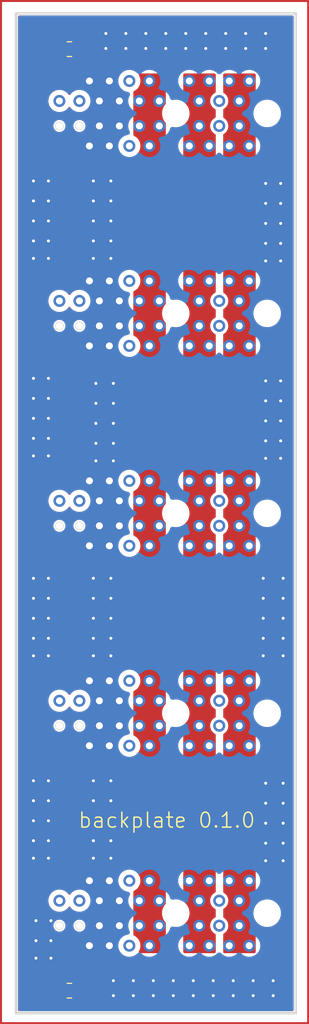
<source format=kicad_pcb>
(kicad_pcb (version 20240108) (generator "pcbnew") (generator_version "8.0")
  (layers (0 "F.Cu" signal) (31 "B.Cu" signal) (34 "B.Paste" user) (35 "F.Paste" user) (36 "B.SilkS" user "B.Silkscreen") (37 "F.SilkS" user "F.Silkscreen") (38 "B.Mask" user) (39 "F.Mask" user) (44 "Edge.Cuts" user))
  (net 0 "")
  (net 1 "GND")
  (net 2 "+7.4V")
  (net 3 "+3.3V")
  (net 4 "CANN")
  (net 5 "+5V")
  (net 10 "CANP")
  (footprint "10018784_10210TLF:AMPHENOL_10018784-10210TLF" (layer "F.Cu") (at 138 140)
    (property "Reference" "J1" (hide yes))
    (property "Value" "10018784-10210TLF" (hide yes))
    (fp_circle (center -11.65 1.25) (end -11.25 1.25) (stroke (width 0.05)) (fill none) (layer "Edge.Cuts"))
    (fp_circle (center -9.65 1.25) (end -9.25 1.25) (stroke (width 0.05)) (fill none) (layer "Edge.Cuts"))
    (pad "" np_thru_hole circle (at 0 0) (size 2.35 2.35) (drill 2.35) (layers "*.Cu" "*.Mask"))
    (pad "" np_thru_hole circle (at 9.15 0) (size 2.35 2.35) (drill 2.35) (layers "*.Cu" "*.Mask"))
    (pad "A1" thru_hole circle (at -11.65 -1.25) (size 1.208 1.208) (drill 0.7) (layers "*.Cu" "*.Mask") (net 4 "CANN"))
    (pad "A3" thru_hole circle (at -9.65 -1.25) (size 1.208 1.208) (drill 0.7) (layers "*.Cu" "*.Mask") (net 10 "CANP"))
    (pad "A4" thru_hole circle (at -8.65 -3.25) (size 1.208 1.208) (drill 0.7) (layers "*.Cu" "*.Mask") (net 1 "GND"))
    (pad "A5" thru_hole circle (at -7.65 -1.25) (size 1.208 1.208) (drill 0.7) (layers "*.Cu" "*.Mask") (net 1 "GND"))
    (pad "A6" thru_hole circle (at -6.65 -3.25) (size 1.208 1.208) (drill 0.7) (layers "*.Cu" "*.Mask") (net 1 "GND"))
    (pad "A7" thru_hole circle (at -5.65 -1.25) (size 1.208 1.208) (drill 0.7) (layers "*.Cu" "*.Mask") (net 1 "GND"))
    (pad "A8" thru_hole circle (at -4.65 -3.25) (size 1.208 1.208) (drill 0.7) (layers "*.Cu" "*.Mask"))
    (pad "A9" thru_hole circle (at -3.65 -1.25) (size 1.208 1.208) (drill 0.7) (layers "*.Cu" "*.Mask") (net 3 "+3.3V"))
    (pad "A10" thru_hole circle (at -2.65 -3.25) (size 1.208 1.208) (drill 0.7) (layers "*.Cu" "*.Mask") (net 3 "+3.3V"))
    (pad "A11" thru_hole circle (at -1.65 -1.25) (size 1.208 1.208) (drill 0.7) (layers "*.Cu" "*.Mask") (net 3 "+3.3V"))
    (pad "A12" thru_hole circle (at 1.35 -3.25) (size 1.208 1.208) (drill 0.7) (layers "*.Cu" "*.Mask") (net 5 "+5V"))
    (pad "A13" thru_hole circle (at 2.35 -1.25) (size 1.208 1.208) (drill 0.7) (layers "*.Cu" "*.Mask") (net 5 "+5V"))
    (pad "A14" thru_hole circle (at 3.35 -3.25) (size 1.208 1.208) (drill 0.7) (layers "*.Cu" "*.Mask") (net 5 "+5V"))
    (pad "A15" thru_hole circle (at 4.35 -1.25) (size 1.208 1.208) (drill 0.7) (layers "*.Cu" "*.Mask"))
    (pad "A16" thru_hole circle (at 5.35 -3.25) (size 1.208 1.208) (drill 0.7) (layers "*.Cu" "*.Mask") (net 2 "+7.4V"))
    (pad "A17" thru_hole circle (at 6.35 -1.25) (size 1.208 1.208) (drill 0.7) (layers "*.Cu" "*.Mask") (net 2 "+7.4V"))
    (pad "A18" thru_hole circle (at 7.35 -3.25) (size 1.208 1.208) (drill 0.7) (layers "*.Cu" "*.Mask") (net 2 "+7.4V"))
    (pad "B4" thru_hole circle (at -8.65 3.25) (size 1.208 1.208) (drill 0.7) (layers "*.Cu" "*.Mask") (net 1 "GND"))
    (pad "B5" thru_hole circle (at -7.65 1.25) (size 1.208 1.208) (drill 0.7) (layers "*.Cu" "*.Mask") (net 1 "GND"))
    (pad "B6" thru_hole circle (at -6.65 3.25) (size 1.208 1.208) (drill 0.7) (layers "*.Cu" "*.Mask") (net 1 "GND"))
    (pad "B7" thru_hole circle (at -5.65 1.25) (size 1.208 1.208) (drill 0.7) (layers "*.Cu" "*.Mask") (net 1 "GND"))
    (pad "B8" thru_hole circle (at -4.65 3.25) (size 1.208 1.208) (drill 0.7) (layers "*.Cu" "*.Mask"))
    (pad "B9" thru_hole circle (at -3.65 1.25) (size 1.208 1.208) (drill 0.7) (layers "*.Cu" "*.Mask") (net 3 "+3.3V"))
    (pad "B10" thru_hole circle (at -2.65 3.25) (size 1.208 1.208) (drill 0.7) (layers "*.Cu" "*.Mask") (net 3 "+3.3V"))
    (pad "B11" thru_hole circle (at -1.65 1.25) (size 1.208 1.208) (drill 0.7) (layers "*.Cu" "*.Mask") (net 3 "+3.3V"))
    (pad "B12" thru_hole circle (at 1.35 3.25) (size 1.208 1.208) (drill 0.7) (layers "*.Cu" "*.Mask") (net 5 "+5V"))
    (pad "B13" thru_hole circle (at 2.35 1.25) (size 1.208 1.208) (drill 0.7) (layers "*.Cu" "*.Mask") (net 5 "+5V"))
    (pad "B14" thru_hole circle (at 3.35 3.25) (size 1.208 1.208) (drill 0.7) (layers "*.Cu" "*.Mask") (net 5 "+5V"))
    (pad "B15" thru_hole circle (at 4.35 1.25) (size 1.208 1.208) (drill 0.7) (layers "*.Cu" "*.Mask"))
    (pad "B16" thru_hole circle (at 5.35 3.25) (size 1.208 1.208) (drill 0.7) (layers "*.Cu" "*.Mask") (net 2 "+7.4V"))
    (pad "B17" thru_hole circle (at 6.35 1.25) (size 1.208 1.208) (drill 0.7) (layers "*.Cu" "*.Mask") (net 2 "+7.4V"))
    (pad "B18" thru_hole circle (at 7.35 3.25) (size 1.208 1.208) (drill 0.7) (layers "*.Cu" "*.Mask") (net 2 "+7.4V"))
  )
  (footprint "Resistor_SMD:R_0805_2012Metric" (layer "F.Cu") (at 127.35 53.565566 180)
    (property "Reference" "R1" (hide yes))
    (property "Value" "120" (hide yes))
    (fp_line (start -0.227064 0.735) (end 0.227064 0.735) (stroke (width 0.12)) (layer "F.SilkS"))
    (fp_line (start -0.227064 -0.735) (end 0.227064 -0.735) (stroke (width 0.12)) (layer "F.SilkS"))
    (pad "1" smd roundrect (at -0.9125 0 180) (size 1.025 1.4) (layers "F.Cu" "F.Paste" "F.Mask") (roundrect_rratio 0.243902) (net 10 "CANP"))
    (pad "2" smd roundrect (at 0.9125 0 180) (size 1.025 1.4) (layers "F.Cu" "F.Paste" "F.Mask") (roundrect_rratio 0.243902) (net 4 "CANN"))
  )
  (footprint "10018784_10210TLF:AMPHENOL_10018784-10210TLF" (layer "F.Cu") (at 138 60)
    (property "Reference" "J1" (hide yes))
    (property "Value" "10018784-10210TLF" (hide yes))
    (fp_circle (center -11.65 1.25) (end -11.25 1.25) (stroke (width 0.05)) (fill none) (layer "Edge.Cuts"))
    (fp_circle (center -9.65 1.25) (end -9.25 1.25) (stroke (width 0.05)) (fill none) (layer "Edge.Cuts"))
    (pad "" np_thru_hole circle (at 0 0) (size 2.35 2.35) (drill 2.35) (layers "*.Cu" "*.Mask"))
    (pad "" np_thru_hole circle (at 9.15 0) (size 2.35 2.35) (drill 2.35) (layers "*.Cu" "*.Mask"))
    (pad "A1" thru_hole circle (at -11.65 -1.25) (size 1.208 1.208) (drill 0.7) (layers "*.Cu" "*.Mask") (net 4 "CANN"))
    (pad "A3" thru_hole circle (at -9.65 -1.25) (size 1.208 1.208) (drill 0.7) (layers "*.Cu" "*.Mask") (net 10 "CANP"))
    (pad "A4" thru_hole circle (at -8.65 -3.25) (size 1.208 1.208) (drill 0.7) (layers "*.Cu" "*.Mask") (net 1 "GND"))
    (pad "A5" thru_hole circle (at -7.65 -1.25) (size 1.208 1.208) (drill 0.7) (layers "*.Cu" "*.Mask") (net 1 "GND"))
    (pad "A6" thru_hole circle (at -6.65 -3.25) (size 1.208 1.208) (drill 0.7) (layers "*.Cu" "*.Mask") (net 1 "GND"))
    (pad "A7" thru_hole circle (at -5.65 -1.25) (size 1.208 1.208) (drill 0.7) (layers "*.Cu" "*.Mask") (net 1 "GND"))
    (pad "A8" thru_hole circle (at -4.65 -3.25) (size 1.208 1.208) (drill 0.7) (layers "*.Cu" "*.Mask"))
    (pad "A9" thru_hole circle (at -3.65 -1.25) (size 1.208 1.208) (drill 0.7) (layers "*.Cu" "*.Mask") (net 3 "+3.3V"))
    (pad "A10" thru_hole circle (at -2.65 -3.25) (size 1.208 1.208) (drill 0.7) (layers "*.Cu" "*.Mask") (net 3 "+3.3V"))
    (pad "A11" thru_hole circle (at -1.65 -1.25) (size 1.208 1.208) (drill 0.7) (layers "*.Cu" "*.Mask") (net 3 "+3.3V"))
    (pad "A12" thru_hole circle (at 1.35 -3.25) (size 1.208 1.208) (drill 0.7) (layers "*.Cu" "*.Mask") (net 5 "+5V"))
    (pad "A13" thru_hole circle (at 2.35 -1.25) (size 1.208 1.208) (drill 0.7) (layers "*.Cu" "*.Mask") (net 5 "+5V"))
    (pad "A14" thru_hole circle (at 3.35 -3.25) (size 1.208 1.208) (drill 0.7) (layers "*.Cu" "*.Mask") (net 5 "+5V"))
    (pad "A15" thru_hole circle (at 4.35 -1.25) (size 1.208 1.208) (drill 0.7) (layers "*.Cu" "*.Mask"))
    (pad "A16" thru_hole circle (at 5.35 -3.25) (size 1.208 1.208) (drill 0.7) (layers "*.Cu" "*.Mask") (net 2 "+7.4V"))
    (pad "A17" thru_hole circle (at 6.35 -1.25) (size 1.208 1.208) (drill 0.7) (layers "*.Cu" "*.Mask") (net 2 "+7.4V"))
    (pad "A18" thru_hole circle (at 7.35 -3.25) (size 1.208 1.208) (drill 0.7) (layers "*.Cu" "*.Mask") (net 2 "+7.4V"))
    (pad "B4" thru_hole circle (at -8.65 3.25) (size 1.208 1.208) (drill 0.7) (layers "*.Cu" "*.Mask") (net 1 "GND"))
    (pad "B5" thru_hole circle (at -7.65 1.25) (size 1.208 1.208) (drill 0.7) (layers "*.Cu" "*.Mask") (net 1 "GND"))
    (pad "B6" thru_hole circle (at -6.65 3.25) (size 1.208 1.208) (drill 0.7) (layers "*.Cu" "*.Mask") (net 1 "GND"))
    (pad "B7" thru_hole circle (at -5.65 1.25) (size 1.208 1.208) (drill 0.7) (layers "*.Cu" "*.Mask") (net 1 "GND"))
    (pad "B8" thru_hole circle (at -4.65 3.25) (size 1.208 1.208) (drill 0.7) (layers "*.Cu" "*.Mask"))
    (pad "B9" thru_hole circle (at -3.65 1.25) (size 1.208 1.208) (drill 0.7) (layers "*.Cu" "*.Mask") (net 3 "+3.3V"))
    (pad "B10" thru_hole circle (at -2.65 3.25) (size 1.208 1.208) (drill 0.7) (layers "*.Cu" "*.Mask") (net 3 "+3.3V"))
    (pad "B11" thru_hole circle (at -1.65 1.25) (size 1.208 1.208) (drill 0.7) (layers "*.Cu" "*.Mask") (net 3 "+3.3V"))
    (pad "B12" thru_hole circle (at 1.35 3.25) (size 1.208 1.208) (drill 0.7) (layers "*.Cu" "*.Mask") (net 5 "+5V"))
    (pad "B13" thru_hole circle (at 2.35 1.25) (size 1.208 1.208) (drill 0.7) (layers "*.Cu" "*.Mask") (net 5 "+5V"))
    (pad "B14" thru_hole circle (at 3.35 3.25) (size 1.208 1.208) (drill 0.7) (layers "*.Cu" "*.Mask") (net 5 "+5V"))
    (pad "B15" thru_hole circle (at 4.35 1.25) (size 1.208 1.208) (drill 0.7) (layers "*.Cu" "*.Mask"))
    (pad "B16" thru_hole circle (at 5.35 3.25) (size 1.208 1.208) (drill 0.7) (layers "*.Cu" "*.Mask") (net 2 "+7.4V"))
    (pad "B17" thru_hole circle (at 6.35 1.25) (size 1.208 1.208) (drill 0.7) (layers "*.Cu" "*.Mask") (net 2 "+7.4V"))
    (pad "B18" thru_hole circle (at 7.35 3.25) (size 1.208 1.208) (drill 0.7) (layers "*.Cu" "*.Mask") (net 2 "+7.4V"))
  )
  (footprint "10018784_10210TLF:AMPHENOL_10018784-10210TLF" (layer "F.Cu") (at 138 80)
    (property "Reference" "J1" (hide yes))
    (property "Value" "10018784-10210TLF" (hide yes))
    (fp_circle (center -11.65 1.25) (end -11.25 1.25) (stroke (width 0.05)) (fill none) (layer "Edge.Cuts"))
    (fp_circle (center -9.65 1.25) (end -9.25 1.25) (stroke (width 0.05)) (fill none) (layer "Edge.Cuts"))
    (pad "" np_thru_hole circle (at 0 0) (size 2.35 2.35) (drill 2.35) (layers "*.Cu" "*.Mask"))
    (pad "" np_thru_hole circle (at 9.15 0) (size 2.35 2.35) (drill 2.35) (layers "*.Cu" "*.Mask"))
    (pad "A1" thru_hole circle (at -11.65 -1.25) (size 1.208 1.208) (drill 0.7) (layers "*.Cu" "*.Mask") (net 4 "CANN"))
    (pad "A3" thru_hole circle (at -9.65 -1.25) (size 1.208 1.208) (drill 0.7) (layers "*.Cu" "*.Mask") (net 10 "CANP"))
    (pad "A4" thru_hole circle (at -8.65 -3.25) (size 1.208 1.208) (drill 0.7) (layers "*.Cu" "*.Mask") (net 1 "GND"))
    (pad "A5" thru_hole circle (at -7.65 -1.25) (size 1.208 1.208) (drill 0.7) (layers "*.Cu" "*.Mask") (net 1 "GND"))
    (pad "A6" thru_hole circle (at -6.65 -3.25) (size 1.208 1.208) (drill 0.7) (layers "*.Cu" "*.Mask") (net 1 "GND"))
    (pad "A7" thru_hole circle (at -5.65 -1.25) (size 1.208 1.208) (drill 0.7) (layers "*.Cu" "*.Mask") (net 1 "GND"))
    (pad "A8" thru_hole circle (at -4.65 -3.25) (size 1.208 1.208) (drill 0.7) (layers "*.Cu" "*.Mask"))
    (pad "A9" thru_hole circle (at -3.65 -1.25) (size 1.208 1.208) (drill 0.7) (layers "*.Cu" "*.Mask") (net 3 "+3.3V"))
    (pad "A10" thru_hole circle (at -2.65 -3.25) (size 1.208 1.208) (drill 0.7) (layers "*.Cu" "*.Mask") (net 3 "+3.3V"))
    (pad "A11" thru_hole circle (at -1.65 -1.25) (size 1.208 1.208) (drill 0.7) (layers "*.Cu" "*.Mask") (net 3 "+3.3V"))
    (pad "A12" thru_hole circle (at 1.35 -3.25) (size 1.208 1.208) (drill 0.7) (layers "*.Cu" "*.Mask") (net 5 "+5V"))
    (pad "A13" thru_hole circle (at 2.35 -1.25) (size 1.208 1.208) (drill 0.7) (layers "*.Cu" "*.Mask") (net 5 "+5V"))
    (pad "A14" thru_hole circle (at 3.35 -3.25) (size 1.208 1.208) (drill 0.7) (layers "*.Cu" "*.Mask") (net 5 "+5V"))
    (pad "A15" thru_hole circle (at 4.35 -1.25) (size 1.208 1.208) (drill 0.7) (layers "*.Cu" "*.Mask"))
    (pad "A16" thru_hole circle (at 5.35 -3.25) (size 1.208 1.208) (drill 0.7) (layers "*.Cu" "*.Mask") (net 2 "+7.4V"))
    (pad "A17" thru_hole circle (at 6.35 -1.25) (size 1.208 1.208) (drill 0.7) (layers "*.Cu" "*.Mask") (net 2 "+7.4V"))
    (pad "A18" thru_hole circle (at 7.35 -3.25) (size 1.208 1.208) (drill 0.7) (layers "*.Cu" "*.Mask") (net 2 "+7.4V"))
    (pad "B4" thru_hole circle (at -8.65 3.25) (size 1.208 1.208) (drill 0.7) (layers "*.Cu" "*.Mask") (net 1 "GND"))
    (pad "B5" thru_hole circle (at -7.65 1.25) (size 1.208 1.208) (drill 0.7) (layers "*.Cu" "*.Mask") (net 1 "GND"))
    (pad "B6" thru_hole circle (at -6.65 3.25) (size 1.208 1.208) (drill 0.7) (layers "*.Cu" "*.Mask") (net 1 "GND"))
    (pad "B7" thru_hole circle (at -5.65 1.25) (size 1.208 1.208) (drill 0.7) (layers "*.Cu" "*.Mask") (net 1 "GND"))
    (pad "B8" thru_hole circle (at -4.65 3.25) (size 1.208 1.208) (drill 0.7) (layers "*.Cu" "*.Mask"))
    (pad "B9" thru_hole circle (at -3.65 1.25) (size 1.208 1.208) (drill 0.7) (layers "*.Cu" "*.Mask") (net 3 "+3.3V"))
    (pad "B10" thru_hole circle (at -2.65 3.25) (size 1.208 1.208) (drill 0.7) (layers "*.Cu" "*.Mask") (net 3 "+3.3V"))
    (pad "B11" thru_hole circle (at -1.65 1.25) (size 1.208 1.208) (drill 0.7) (layers "*.Cu" "*.Mask") (net 3 "+3.3V"))
    (pad "B12" thru_hole circle (at 1.35 3.25) (size 1.208 1.208) (drill 0.7) (layers "*.Cu" "*.Mask") (net 5 "+5V"))
    (pad "B13" thru_hole circle (at 2.35 1.25) (size 1.208 1.208) (drill 0.7) (layers "*.Cu" "*.Mask") (net 5 "+5V"))
    (pad "B14" thru_hole circle (at 3.35 3.25) (size 1.208 1.208) (drill 0.7) (layers "*.Cu" "*.Mask") (net 5 "+5V"))
    (pad "B15" thru_hole circle (at 4.35 1.25) (size 1.208 1.208) (drill 0.7) (layers "*.Cu" "*.Mask"))
    (pad "B16" thru_hole circle (at 5.35 3.25) (size 1.208 1.208) (drill 0.7) (layers "*.Cu" "*.Mask") (net 2 "+7.4V"))
    (pad "B17" thru_hole circle (at 6.35 1.25) (size 1.208 1.208) (drill 0.7) (layers "*.Cu" "*.Mask") (net 2 "+7.4V"))
    (pad "B18" thru_hole circle (at 7.35 3.25) (size 1.208 1.208) (drill 0.7) (layers "*.Cu" "*.Mask") (net 2 "+7.4V"))
  )
  (footprint "10018784_10210TLF:AMPHENOL_10018784-10210TLF" (layer "F.Cu") (at 138 120)
    (property "Reference" "J1" (hide yes))
    (property "Value" "10018784-10210TLF" (hide yes))
    (fp_circle (center -11.65 1.25) (end -11.25 1.25) (stroke (width 0.05)) (fill none) (layer "Edge.Cuts"))
    (fp_circle (center -9.65 1.25) (end -9.25 1.25) (stroke (width 0.05)) (fill none) (layer "Edge.Cuts"))
    (pad "" np_thru_hole circle (at 0 0) (size 2.35 2.35) (drill 2.35) (layers "*.Cu" "*.Mask"))
    (pad "" np_thru_hole circle (at 9.15 0) (size 2.35 2.35) (drill 2.35) (layers "*.Cu" "*.Mask"))
    (pad "A1" thru_hole circle (at -11.65 -1.25) (size 1.208 1.208) (drill 0.7) (layers "*.Cu" "*.Mask") (net 4 "CANN"))
    (pad "A3" thru_hole circle (at -9.65 -1.25) (size 1.208 1.208) (drill 0.7) (layers "*.Cu" "*.Mask") (net 10 "CANP"))
    (pad "A4" thru_hole circle (at -8.65 -3.25) (size 1.208 1.208) (drill 0.7) (layers "*.Cu" "*.Mask") (net 1 "GND"))
    (pad "A5" thru_hole circle (at -7.65 -1.25) (size 1.208 1.208) (drill 0.7) (layers "*.Cu" "*.Mask") (net 1 "GND"))
    (pad "A6" thru_hole circle (at -6.65 -3.25) (size 1.208 1.208) (drill 0.7) (layers "*.Cu" "*.Mask") (net 1 "GND"))
    (pad "A7" thru_hole circle (at -5.65 -1.25) (size 1.208 1.208) (drill 0.7) (layers "*.Cu" "*.Mask") (net 1 "GND"))
    (pad "A8" thru_hole circle (at -4.65 -3.25) (size 1.208 1.208) (drill 0.7) (layers "*.Cu" "*.Mask"))
    (pad "A9" thru_hole circle (at -3.65 -1.25) (size 1.208 1.208) (drill 0.7) (layers "*.Cu" "*.Mask") (net 3 "+3.3V"))
    (pad "A10" thru_hole circle (at -2.65 -3.25) (size 1.208 1.208) (drill 0.7) (layers "*.Cu" "*.Mask") (net 3 "+3.3V"))
    (pad "A11" thru_hole circle (at -1.65 -1.25) (size 1.208 1.208) (drill 0.7) (layers "*.Cu" "*.Mask") (net 3 "+3.3V"))
    (pad "A12" thru_hole circle (at 1.35 -3.25) (size 1.208 1.208) (drill 0.7) (layers "*.Cu" "*.Mask") (net 5 "+5V"))
    (pad "A13" thru_hole circle (at 2.35 -1.25) (size 1.208 1.208) (drill 0.7) (layers "*.Cu" "*.Mask") (net 5 "+5V"))
    (pad "A14" thru_hole circle (at 3.35 -3.25) (size 1.208 1.208) (drill 0.7) (layers "*.Cu" "*.Mask") (net 5 "+5V"))
    (pad "A15" thru_hole circle (at 4.35 -1.25) (size 1.208 1.208) (drill 0.7) (layers "*.Cu" "*.Mask"))
    (pad "A16" thru_hole circle (at 5.35 -3.25) (size 1.208 1.208) (drill 0.7) (layers "*.Cu" "*.Mask") (net 2 "+7.4V"))
    (pad "A17" thru_hole circle (at 6.35 -1.25) (size 1.208 1.208) (drill 0.7) (layers "*.Cu" "*.Mask") (net 2 "+7.4V"))
    (pad "A18" thru_hole circle (at 7.35 -3.25) (size 1.208 1.208) (drill 0.7) (layers "*.Cu" "*.Mask") (net 2 "+7.4V"))
    (pad "B4" thru_hole circle (at -8.65 3.25) (size 1.208 1.208) (drill 0.7) (layers "*.Cu" "*.Mask") (net 1 "GND"))
    (pad "B5" thru_hole circle (at -7.65 1.25) (size 1.208 1.208) (drill 0.7) (layers "*.Cu" "*.Mask") (net 1 "GND"))
    (pad "B6" thru_hole circle (at -6.65 3.25) (size 1.208 1.208) (drill 0.7) (layers "*.Cu" "*.Mask") (net 1 "GND"))
    (pad "B7" thru_hole circle (at -5.65 1.25) (size 1.208 1.208) (drill 0.7) (layers "*.Cu" "*.Mask") (net 1 "GND"))
    (pad "B8" thru_hole circle (at -4.65 3.25) (size 1.208 1.208) (drill 0.7) (layers "*.Cu" "*.Mask"))
    (pad "B9" thru_hole circle (at -3.65 1.25) (size 1.208 1.208) (drill 0.7) (layers "*.Cu" "*.Mask") (net 3 "+3.3V"))
    (pad "B10" thru_hole circle (at -2.65 3.25) (size 1.208 1.208) (drill 0.7) (layers "*.Cu" "*.Mask") (net 3 "+3.3V"))
    (pad "B11" thru_hole circle (at -1.65 1.25) (size 1.208 1.208) (drill 0.7) (layers "*.Cu" "*.Mask") (net 3 "+3.3V"))
    (pad "B12" thru_hole circle (at 1.35 3.25) (size 1.208 1.208) (drill 0.7) (layers "*.Cu" "*.Mask") (net 5 "+5V"))
    (pad "B13" thru_hole circle (at 2.35 1.25) (size 1.208 1.208) (drill 0.7) (layers "*.Cu" "*.Mask") (net 5 "+5V"))
    (pad "B14" thru_hole circle (at 3.35 3.25) (size 1.208 1.208) (drill 0.7) (layers "*.Cu" "*.Mask") (net 5 "+5V"))
    (pad "B15" thru_hole circle (at 4.35 1.25) (size 1.208 1.208) (drill 0.7) (layers "*.Cu" "*.Mask"))
    (pad "B16" thru_hole circle (at 5.35 3.25) (size 1.208 1.208) (drill 0.7) (layers "*.Cu" "*.Mask") (net 2 "+7.4V"))
    (pad "B17" thru_hole circle (at 6.35 1.25) (size 1.208 1.208) (drill 0.7) (layers "*.Cu" "*.Mask") (net 2 "+7.4V"))
    (pad "B18" thru_hole circle (at 7.35 3.25) (size 1.208 1.208) (drill 0.7) (layers "*.Cu" "*.Mask") (net 2 "+7.4V"))
  )
  (footprint "10018784_10210TLF:AMPHENOL_10018784-10210TLF" (layer "F.Cu") (at 138 100)
    (property "Reference" "J1" (hide yes))
    (property "Value" "10018784-10210TLF" (hide yes))
    (fp_circle (center -11.65 1.25) (end -11.25 1.25) (stroke (width 0.05)) (fill none) (layer "Edge.Cuts"))
    (fp_circle (center -9.65 1.25) (end -9.25 1.25) (stroke (width 0.05)) (fill none) (layer "Edge.Cuts"))
    (pad "" np_thru_hole circle (at 0 0) (size 2.35 2.35) (drill 2.35) (layers "*.Cu" "*.Mask"))
    (pad "" np_thru_hole circle (at 9.15 0) (size 2.35 2.35) (drill 2.35) (layers "*.Cu" "*.Mask"))
    (pad "A1" thru_hole circle (at -11.65 -1.25) (size 1.208 1.208) (drill 0.7) (layers "*.Cu" "*.Mask") (net 4 "CANN"))
    (pad "A3" thru_hole circle (at -9.65 -1.25) (size 1.208 1.208) (drill 0.7) (layers "*.Cu" "*.Mask") (net 10 "CANP"))
    (pad "A4" thru_hole circle (at -8.65 -3.25) (size 1.208 1.208) (drill 0.7) (layers "*.Cu" "*.Mask") (net 1 "GND"))
    (pad "A5" thru_hole circle (at -7.65 -1.25) (size 1.208 1.208) (drill 0.7) (layers "*.Cu" "*.Mask") (net 1 "GND"))
    (pad "A6" thru_hole circle (at -6.65 -3.25) (size 1.208 1.208) (drill 0.7) (layers "*.Cu" "*.Mask") (net 1 "GND"))
    (pad "A7" thru_hole circle (at -5.65 -1.25) (size 1.208 1.208) (drill 0.7) (layers "*.Cu" "*.Mask") (net 1 "GND"))
    (pad "A8" thru_hole circle (at -4.65 -3.25) (size 1.208 1.208) (drill 0.7) (layers "*.Cu" "*.Mask"))
    (pad "A9" thru_hole circle (at -3.65 -1.25) (size 1.208 1.208) (drill 0.7) (layers "*.Cu" "*.Mask") (net 3 "+3.3V"))
    (pad "A10" thru_hole circle (at -2.65 -3.25) (size 1.208 1.208) (drill 0.7) (layers "*.Cu" "*.Mask") (net 3 "+3.3V"))
    (pad "A11" thru_hole circle (at -1.65 -1.25) (size 1.208 1.208) (drill 0.7) (layers "*.Cu" "*.Mask") (net 3 "+3.3V"))
    (pad "A12" thru_hole circle (at 1.35 -3.25) (size 1.208 1.208) (drill 0.7) (layers "*.Cu" "*.Mask") (net 5 "+5V"))
    (pad "A13" thru_hole circle (at 2.35 -1.25) (size 1.208 1.208) (drill 0.7) (layers "*.Cu" "*.Mask") (net 5 "+5V"))
    (pad "A14" thru_hole circle (at 3.35 -3.25) (size 1.208 1.208) (drill 0.7) (layers "*.Cu" "*.Mask") (net 5 "+5V"))
    (pad "A15" thru_hole circle (at 4.35 -1.25) (size 1.208 1.208) (drill 0.7) (layers "*.Cu" "*.Mask"))
    (pad "A16" thru_hole circle (at 5.35 -3.25) (size 1.208 1.208) (drill 0.7) (layers "*.Cu" "*.Mask") (net 2 "+7.4V"))
    (pad "A17" thru_hole circle (at 6.35 -1.25) (size 1.208 1.208) (drill 0.7) (layers "*.Cu" "*.Mask") (net 2 "+7.4V"))
    (pad "A18" thru_hole circle (at 7.35 -3.25) (size 1.208 1.208) (drill 0.7) (layers "*.Cu" "*.Mask") (net 2 "+7.4V"))
    (pad "B4" thru_hole circle (at -8.65 3.25) (size 1.208 1.208) (drill 0.7) (layers "*.Cu" "*.Mask") (net 1 "GND"))
    (pad "B5" thru_hole circle (at -7.65 1.25) (size 1.208 1.208) (drill 0.7) (layers "*.Cu" "*.Mask") (net 1 "GND"))
    (pad "B6" thru_hole circle (at -6.65 3.25) (size 1.208 1.208) (drill 0.7) (layers "*.Cu" "*.Mask") (net 1 "GND"))
    (pad "B7" thru_hole circle (at -5.65 1.25) (size 1.208 1.208) (drill 0.7) (layers "*.Cu" "*.Mask") (net 1 "GND"))
    (pad "B8" thru_hole circle (at -4.65 3.25) (size 1.208 1.208) (drill 0.7) (layers "*.Cu" "*.Mask"))
    (pad "B9" thru_hole circle (at -3.65 1.25) (size 1.208 1.208) (drill 0.7) (layers "*.Cu" "*.Mask") (net 3 "+3.3V"))
    (pad "B10" thru_hole circle (at -2.65 3.25) (size 1.208 1.208) (drill 0.7) (layers "*.Cu" "*.Mask") (net 3 "+3.3V"))
    (pad "B11" thru_hole circle (at -1.65 1.25) (size 1.208 1.208) (drill 0.7) (layers "*.Cu" "*.Mask") (net 3 "+3.3V"))
    (pad "B12" thru_hole circle (at 1.35 3.25) (size 1.208 1.208) (drill 0.7) (layers "*.Cu" "*.Mask") (net 5 "+5V"))
    (pad "B13" thru_hole circle (at 2.35 1.25) (size 1.208 1.208) (drill 0.7) (layers "*.Cu" "*.Mask") (net 5 "+5V"))
    (pad "B14" thru_hole circle (at 3.35 3.25) (size 1.208 1.208) (drill 0.7) (layers "*.Cu" "*.Mask") (net 5 "+5V"))
    (pad "B15" thru_hole circle (at 4.35 1.25) (size 1.208 1.208) (drill 0.7) (layers "*.Cu" "*.Mask"))
    (pad "B16" thru_hole circle (at 5.35 3.25) (size 1.208 1.208) (drill 0.7) (layers "*.Cu" "*.Mask") (net 2 "+7.4V"))
    (pad "B17" thru_hole circle (at 6.35 1.25) (size 1.208 1.208) (drill 0.7) (layers "*.Cu" "*.Mask") (net 2 "+7.4V"))
    (pad "B18" thru_hole circle (at 7.35 3.25) (size 1.208 1.208) (drill 0.7) (layers "*.Cu" "*.Mask") (net 2 "+7.4V"))
  )
  (footprint "Resistor_SMD:R_0805_2012Metric" (layer "F.Cu") (at 127.35 147.75 180)
    (property "Reference" "R2" (hide yes))
    (property "Value" "120" (hide yes))
    (fp_line (start -0.227064 0.735) (end 0.227064 0.735) (stroke (width 0.12)) (layer "F.SilkS"))
    (fp_line (start -0.227064 -0.735) (end 0.227064 -0.735) (stroke (width 0.12)) (layer "F.SilkS"))
    (pad "1" smd roundrect (at -0.9125 0 180) (size 1.025 1.4) (layers "F.Cu" "F.Paste" "F.Mask") (roundrect_rratio 0.243902) (net 10 "CANP"))
    (pad "2" smd roundrect (at 0.9125 0 180) (size 1.025 1.4) (layers "F.Cu" "F.Paste" "F.Mask") (roundrect_rratio 0.243902) (net 4 "CANN"))
  )
  (gr_rect (start 120.5 48.75) (end 151.25 151) (stroke (width 0.2)) (fill none) (layer "F.Cu"))
  (gr_line (start 122 50) (end 150 50) (stroke (width 0.25)) (layer "Edge.Cuts"))
  (gr_line (start 122 150) (end 122 50) (stroke (width 0.25)) (layer "Edge.Cuts"))
  (gr_line (start 150 150) (end 150 50) (stroke (width 0.25)) (layer "Edge.Cuts"))
  (gr_line (start 122 150) (end 150 150) (stroke (width 0.25)) (layer "Edge.Cuts"))
  (gr_text "backplate 0.1.0" (at 128.143504 131.579393 0) (layer "F.SilkS") (effects (font (size 1.5 1.5)) (justify left bottom)))
  (via (at 133 52) (size 0.4) (drill 0.3) (layers "F.Cu" "B.Cu") (net 1))
  (via (at 125.25 110.5) (size 0.4) (drill 0.3) (layers "F.Cu" "B.Cu") (net 1))
  (via (at 129.75 72.75) (size 0.4) (drill 0.3) (layers "F.Cu" "B.Cu") (net 1))
  (via (at 129.75 112.5) (size 0.4) (drill 0.3) (layers "F.Cu" "B.Cu") (net 1))
  (via (at 125.25 112.5) (size 0.4) (drill 0.3) (layers "F.Cu" "B.Cu") (net 1))
  (via (at 148.5 69) (size 0.4) (drill 0.3) (layers "F.Cu" "B.Cu") (net 1))
  (via (at 129.75 66.75) (size 0.4) (drill 0.3) (layers "F.Cu" "B.Cu") (net 1))
  (via (at 148.5 86.75) (size 0.4) (drill 0.3) (layers "F.Cu" "B.Cu") (net 1))
  (via (at 131.5 74.5) (size 0.4) (drill 0.3) (layers "F.Cu" "B.Cu") (net 1))
  (via (at 125.25 72.75) (size 0.4) (drill 0.3) (layers "F.Cu" "B.Cu") (net 1))
  (via (at 129.75 106.5) (size 0.4) (drill 0.3) (layers "F.Cu" "B.Cu") (net 1))
  (via (at 125.5 142.75) (size 0.4) (drill 0.3) (layers "F.Cu" "B.Cu") (net 1))
  (via (at 137.75 148.25) (size 0.4) (drill 0.3) (layers "F.Cu" "B.Cu") (net 1))
  (via (at 145 52) (size 0.4) (drill 0.3) (layers "F.Cu" "B.Cu") (net 1))
  (via (at 125.25 90.5) (size 0.4) (drill 0.3) (layers "F.Cu" "B.Cu") (net 1))
  (via (at 143.75 148.25) (size 0.4) (drill 0.3) (layers "F.Cu" "B.Cu") (net 1))
  (via (at 131.75 89) (size 0.4) (drill 0.3) (layers "F.Cu" "B.Cu") (net 1))
  (via (at 148.5 92.75) (size 0.4) (drill 0.3) (layers "F.Cu" "B.Cu") (net 1))
  (via (at 131.5 132.75) (size 0.4) (drill 0.3) (layers "F.Cu" "B.Cu") (net 1))
  (via (at 143 52) (size 0.4) (drill 0.3) (layers "F.Cu" "B.Cu") (net 1))
  (via (at 131 52) (size 0.4) (drill 0.3) (layers "F.Cu" "B.Cu") (net 1))
  (via (at 125.25 106.5) (size 0.4) (drill 0.3) (layers "F.Cu" "B.Cu") (net 1))
  (via (at 146.75 108.5) (size 0.4) (drill 0.3) (layers "F.Cu" "B.Cu") (net 1))
  (via (at 125.25 66.75) (size 0.4) (drill 0.3) (layers "F.Cu" "B.Cu") (net 1))
  (via (at 123.75 74.5) (size 0.4) (drill 0.3) (layers "F.Cu" "B.Cu") (net 1))
  (via (at 123.75 92.5) (size 0.4) (drill 0.3) (layers "F.Cu" "B.Cu") (net 1))
  (via (at 148.5 94.5) (size 0.4) (drill 0.3) (layers "F.Cu" "B.Cu") (net 1))
  (via (at 123.75 66.75) (size 0.4) (drill 0.3) (layers "F.Cu" "B.Cu") (net 1))
  (via (at 123.75 90.5) (size 0.4) (drill 0.3) (layers "F.Cu" "B.Cu") (net 1))
  (via (at 123.75 112.5) (size 0.4) (drill 0.3) (layers "F.Cu" "B.Cu") (net 1))
  (via (at 143.75 146.75) (size 0.4) (drill 0.3) (layers "F.Cu" "B.Cu") (net 1))
  (via (at 125.25 108.5) (size 0.4) (drill 0.3) (layers "F.Cu" "B.Cu") (net 1))
  (via (at 125.25 132.75) (size 0.4) (drill 0.3) (layers "F.Cu" "B.Cu") (net 1))
  (via (at 130 94.75) (size 0.4) (drill 0.3) (layers "F.Cu" "B.Cu") (net 1))
  (via (at 131.5 126.75) (size 0.4) (drill 0.3) (layers "F.Cu" "B.Cu") (net 1))
  (via (at 148.5 90.75) (size 0.4) (drill 0.3) (layers "F.Cu" "B.Cu") (net 1))
  (via (at 135.75 148.25) (size 0.4) (drill 0.3) (layers "F.Cu" "B.Cu") (net 1))
  (via (at 124 142.75) (size 0.4) (drill 0.3) (layers "F.Cu" "B.Cu") (net 1))
  (via (at 125.25 128.75) (size 0.4) (drill 0.3) (layers "F.Cu" "B.Cu") (net 1))
  (via (at 123.75 108.5) (size 0.4) (drill 0.3) (layers "F.Cu" "B.Cu") (net 1))
  (via (at 131.75 87) (size 0.4) (drill 0.3) (layers "F.Cu" "B.Cu") (net 1))
  (via (at 125.25 74.5) (size 0.4) (drill 0.3) (layers "F.Cu" "B.Cu") (net 1))
  (via (at 123.75 130.75) (size 0.4) (drill 0.3) (layers "F.Cu" "B.Cu") (net 1))
  (via (at 129.75 126.75) (size 0.4) (drill 0.3) (layers "F.Cu" "B.Cu") (net 1))
  (via (at 125.25 92.5) (size 0.4) (drill 0.3) (layers "F.Cu" "B.Cu") (net 1))
  (via (at 145.75 146.75) (size 0.4) (drill 0.3) (layers "F.Cu" "B.Cu") (net 1))
  (via (at 146.75 112.5) (size 0.4) (drill 0.3) (layers "F.Cu" "B.Cu") (net 1))
  (via (at 147 134.75) (size 0.4) (drill 0.3) (layers "F.Cu" "B.Cu") (net 1))
  (via (at 148.5 74.75) (size 0.4) (drill 0.3) (layers "F.Cu" "B.Cu") (net 1))
  (via (at 131.5 72.75) (size 0.4) (drill 0.3) (layers "F.Cu" "B.Cu") (net 1))
  (via (at 147 71) (size 0.4) (drill 0.3) (layers "F.Cu" "B.Cu") (net 1))
  (via (at 123.75 94.25) (size 0.4) (drill 0.3) (layers "F.Cu" "B.Cu") (net 1))
  (via (at 147 129) (size 0.4) (drill 0.3) (layers "F.Cu" "B.Cu") (net 1))
  (via (at 124 140.75) (size 0.4) (drill 0.3) (layers "F.Cu" "B.Cu") (net 1))
  (via (at 129.75 134.5) (size 0.4) (drill 0.3) (layers "F.Cu" "B.Cu") (net 1))
  (via (at 131.5 70.75) (size 0.4) (drill 0.3) (layers "F.Cu" "B.Cu") (net 1))
  (via (at 141.75 146.75) (size 0.4) (drill 0.3) (layers "F.Cu" "B.Cu") (net 1))
  (via (at 123.75 114.25) (size 0.4) (drill 0.3) (layers "F.Cu" "B.Cu") (net 1))
  (via (at 131.5 106.5) (size 0.4) (drill 0.3) (layers "F.Cu" "B.Cu") (net 1))
  (via (at 124 144.5) (size 0.4) (drill 0.3) (layers "F.Cu" "B.Cu") (net 1))
  (via (at 148.75 133) (size 0.4) (drill 0.3) (layers "F.Cu" "B.Cu") (net 1))
  (via (at 125.25 134.5) (size 0.4) (drill 0.3) (layers "F.Cu" "B.Cu") (net 1))
  (via (at 125.25 126.75) (size 0.4) (drill 0.3) (layers "F.Cu" "B.Cu") (net 1))
  (via (at 148.75 129) (size 0.4) (drill 0.3) (layers "F.Cu" "B.Cu") (net 1))
  (via (at 139.75 146.75) (size 0.4) (drill 0.3) (layers "F.Cu" "B.Cu") (net 1))
  (via (at 148.5 88.75) (size 0.4) (drill 0.3) (layers "F.Cu" "B.Cu") (net 1))
  (via (at 131.75 94.75) (size 0.4) (drill 0.3) (layers "F.Cu" "B.Cu") (net 1))
  (via (at 125.25 114.25) (size 0.4) (drill 0.3) (layers "F.Cu" "B.Cu") (net 1))
  (via (at 147.75 148.25) (size 0.4) (drill 0.3) (layers "F.Cu" "B.Cu") (net 1))
  (via (at 125.25 70.75) (size 0.4) (drill 0.3) (layers "F.Cu" "B.Cu") (net 1))
  (via (at 131.5 112.5) (size 0.4) (drill 0.3) (layers "F.Cu" "B.Cu") (net 1))
  (via (at 147.75 146.75) (size 0.4) (drill 0.3) (layers "F.Cu" "B.Cu") (net 1))
  (via (at 141.75 148.25) (size 0.4) (drill 0.3) (layers "F.Cu" "B.Cu") (net 1))
  (via (at 146.75 106.5) (size 0.4) (drill 0.3) (layers "F.Cu" "B.Cu") (net 1))
  (via (at 145 53.5) (size 0.4) (drill 0.3) (layers "F.Cu" "B.Cu") (net 1))
  (via (at 148.75 108.5) (size 0.4) (drill 0.3) (layers "F.Cu" "B.Cu") (net 1))
  (via (at 141 52) (size 0.4) (drill 0.3) (layers "F.Cu" "B.Cu") (net 1))
  (via (at 135.75 146.75) (size 0.4) (drill 0.3) (layers "F.Cu" "B.Cu") (net 1))
  (via (at 137.75 146.75) (size 0.4) (drill 0.3) (layers "F.Cu" "B.Cu") (net 1))
  (via (at 147 92.75) (size 0.4) (drill 0.3) (layers "F.Cu" "B.Cu") (net 1))
  (via (at 133.75 148.25) (size 0.4) (drill 0.3) (layers "F.Cu" "B.Cu") (net 1))
  (via (at 137 53.5) (size 0.4) (drill 0.3) (layers "F.Cu" "B.Cu") (net 1))
  (via (at 146.75 114.25) (size 0.4) (drill 0.3) (layers "F.Cu" "B.Cu") (net 1))
  (via (at 148.75 131) (size 0.4) (drill 0.3) (layers "F.Cu" "B.Cu") (net 1))
  (via (at 147 133) (size 0.4) (drill 0.3) (layers "F.Cu" "B.Cu") (net 1))
  (via (at 129.75 74.5) (size 0.4) (drill 0.3) (layers "F.Cu" "B.Cu") (net 1))
  (via (at 147 94.5) (size 0.4) (drill 0.3) (layers "F.Cu" "B.Cu") (net 1))
  (via (at 123.75 86.5) (size 0.4) (drill 0.3) (layers "F.Cu" "B.Cu") (net 1))
  (via (at 139.75 148.25) (size 0.4) (drill 0.3) (layers "F.Cu" "B.Cu") (net 1))
  (via (at 145.75 148.25) (size 0.4) (drill 0.3) (layers "F.Cu" "B.Cu") (net 1))
  (via (at 131.75 146.75) (size 0.4) (drill 0.3) (layers "F.Cu" "B.Cu") (net 1))
  (via (at 148.5 67) (size 0.4) (drill 0.3) (layers "F.Cu" "B.Cu") (net 1))
  (via (at 146.75 110.5) (size 0.4) (drill 0.3) (layers "F.Cu" "B.Cu") (net 1))
  (via (at 131.5 134.5) (size 0.4) (drill 0.3) (layers "F.Cu" "B.Cu") (net 1))
  (via (at 131.5 110.5) (size 0.4) (drill 0.3) (layers "F.Cu" "B.Cu") (net 1))
  (via (at 147 69) (size 0.4) (drill 0.3) (layers "F.Cu" "B.Cu") (net 1))
  (via (at 130 89) (size 0.4) (drill 0.3) (layers "F.Cu" "B.Cu") (net 1))
  (via (at 129.75 132.75) (size 0.4) (drill 0.3) (layers "F.Cu" "B.Cu") (net 1))
  (via (at 123.75 72.75) (size 0.4) (drill 0.3) (layers "F.Cu" "B.Cu") (net 1))
  (via (at 147 88.75) (size 0.4) (drill 0.3) (layers "F.Cu" "B.Cu") (net 1))
  (via (at 135 52) (size 0.4) (drill 0.3) (layers "F.Cu" "B.Cu") (net 1))
  (via (at 123.75 134.5) (size 0.4) (drill 0.3) (layers "F.Cu" "B.Cu") (net 1))
  (via (at 147 67) (size 0.4) (drill 0.3) (layers "F.Cu" "B.Cu") (net 1))
  (via (at 125.25 68.75) (size 0.4) (drill 0.3) (layers "F.Cu" "B.Cu") (net 1))
  (via (at 139 52) (size 0.4) (drill 0.3) (layers "F.Cu" "B.Cu") (net 1))
  (via (at 123.75 132.75) (size 0.4) (drill 0.3) (layers "F.Cu" "B.Cu") (net 1))
  (via (at 148.75 106.5) (size 0.4) (drill 0.3) (layers "F.Cu" "B.Cu") (net 1))
  (via (at 147 131) (size 0.4) (drill 0.3) (layers "F.Cu" "B.Cu") (net 1))
  (via (at 123.75 110.5) (size 0.4) (drill 0.3) (layers "F.Cu" "B.Cu") (net 1))
  (via (at 125.5 144.5) (size 0.4) (drill 0.3) (layers "F.Cu" "B.Cu") (net 1))
  (via (at 123.75 70.75) (size 0.4) (drill 0.3) (layers "F.Cu" "B.Cu") (net 1))
  (via (at 143 53.5) (size 0.4) (drill 0.3) (layers "F.Cu" "B.Cu") (net 1))
  (via (at 125.25 86.5) (size 0.4) (drill 0.3) (layers "F.Cu" "B.Cu") (net 1))
  (via (at 129.75 110.5) (size 0.4) (drill 0.3) (layers "F.Cu" "B.Cu") (net 1))
  (via (at 130 87) (size 0.4) (drill 0.3) (layers "F.Cu" "B.Cu") (net 1))
  (via (at 123.75 106.5) (size 0.4) (drill 0.3) (layers "F.Cu" "B.Cu") (net 1))
  (via (at 125.25 130.75) (size 0.4) (drill 0.3) (layers "F.Cu" "B.Cu") (net 1))
  (via (at 137 52) (size 0.4) (drill 0.3) (layers "F.Cu" "B.Cu") (net 1))
  (via (at 147 90.75) (size 0.4) (drill 0.3) (layers "F.Cu" "B.Cu") (net 1))
  (via (at 147 127) (size 0.4) (drill 0.3) (layers "F.Cu" "B.Cu") (net 1))
  (via (at 123.75 128.75) (size 0.4) (drill 0.3) (layers "F.Cu" "B.Cu") (net 1))
  (via (at 133.75 146.75) (size 0.4) (drill 0.3) (layers "F.Cu" "B.Cu") (net 1))
  (via (at 139 53.5) (size 0.4) (drill 0.3) (layers "F.Cu" "B.Cu") (net 1))
  (via (at 147 74.75) (size 0.4) (drill 0.3) (layers "F.Cu" "B.Cu") (net 1))
  (via (at 147 53.5) (size 0.4) (drill 0.3) (layers "F.Cu" "B.Cu") (net 1))
  (via (at 131.75 91) (size 0.4) (drill 0.3) (layers "F.Cu" "B.Cu") (net 1))
  (via (at 131.5 68.75) (size 0.4) (drill 0.3) (layers "F.Cu" "B.Cu") (net 1))
  (via (at 147 86.75) (size 0.4) (drill 0.3) (layers "F.Cu" "B.Cu") (net 1))
  (via (at 123.75 68.75) (size 0.4) (drill 0.3) (layers "F.Cu" "B.Cu") (net 1))
  (via (at 123.75 126.75) (size 0.4) (drill 0.3) (layers "F.Cu" "B.Cu") (net 1))
  (via (at 131.75 148.25) (size 0.4) (drill 0.3) (layers "F.Cu" "B.Cu") (net 1))
  (via (at 129.75 128.75) (size 0.4) (drill 0.3) (layers "F.Cu" "B.Cu") (net 1))
  (via (at 131.5 108.5) (size 0.4) (drill 0.3) (layers "F.Cu" "B.Cu") (net 1))
  (via (at 135 53.5) (size 0.4) (drill 0.3) (layers "F.Cu" "B.Cu") (net 1))
  (via (at 129.75 108.5) (size 0.4) (drill 0.3) (layers "F.Cu" "B.Cu") (net 1))
  (via (at 125.25 94.25) (size 0.4) (drill 0.3) (layers "F.Cu" "B.Cu") (net 1))
  (via (at 147 73) (size 0.4) (drill 0.3) (layers "F.Cu" "B.Cu") (net 1))
  (via (at 131.5 66.75) (size 0.4) (drill 0.3) (layers "F.Cu" "B.Cu") (net 1))
  (via (at 131 53.5) (size 0.4) (drill 0.3) (layers "F.Cu" "B.Cu") (net 1))
  (via (at 148.75 127) (size 0.4) (drill 0.3) (layers "F.Cu" "B.Cu") (net 1))
  (via (at 125.25 88.5) (size 0.4) (drill 0.3) (layers "F.Cu" "B.Cu") (net 1))
  (via (at 130 93) (size 0.4) (drill 0.3) (layers "F.Cu" "B.Cu") (net 1))
  (via (at 148.75 134.75) (size 0.4) (drill 0.3) (layers "F.Cu" "B.Cu") (net 1))
  (via (at 131.5 128.75) (size 0.4) (drill 0.3) (layers "F.Cu" "B.Cu") (net 1))
  (via (at 148.75 112.5) (size 0.4) (drill 0.3) (layers "F.Cu" "B.Cu") (net 1))
  (via (at 123.75 88.5) (size 0.4) (drill 0.3) (layers "F.Cu" "B.Cu") (net 1))
  (via (at 129.75 68.75) (size 0.4) (drill 0.3) (layers "F.Cu" "B.Cu") (net 1))
  (via (at 130 91) (size 0.4) (drill 0.3) (layers "F.Cu" "B.Cu") (net 1))
  (via (at 129.75 70.75) (size 0.4) (drill 0.3) (layers "F.Cu" "B.Cu") (net 1))
  (via (at 148.75 110.5) (size 0.4) (drill 0.3) (layers "F.Cu" "B.Cu") (net 1))
  (via (at 147 52) (size 0.4) (drill 0.3) (layers "F.Cu" "B.Cu") (net 1))
  (via (at 148.5 73) (size 0.4) (drill 0.3) (layers "F.Cu" "B.Cu") (net 1))
  (via (at 131.75 93) (size 0.4) (drill 0.3) (layers "F.Cu" "B.Cu") (net 1))
  (via (at 141 53.5) (size 0.4) (drill 0.3) (layers "F.Cu" "B.Cu") (net 1))
  (via (at 148.75 114.25) (size 0.4) (drill 0.3) (layers "F.Cu" "B.Cu") (net 1))
  (via (at 129.75 114.25) (size 0.4) (drill 0.3) (layers "F.Cu" "B.Cu") (net 1))
  (via (at 133 53.5) (size 0.4) (drill 0.3) (layers "F.Cu" "B.Cu") (net 1))
  (via (at 131.5 114.25) (size 0.4) (drill 0.3) (layers "F.Cu" "B.Cu") (net 1))
  (via (at 125.5 140.75) (size 0.4) (drill 0.3) (layers "F.Cu" "B.Cu") (net 1))
  (via (at 148.5 71) (size 0.4) (drill 0.3) (layers "F.Cu" "B.Cu") (net 1))
  (segment (start 126.415638 148.25) (end 126.415638 147.199999) (width 0.2) (layer "F.Cu") (net 4))
  (segment (start 128.240638 148.25) (end 128.240638 147.199999) (width 0.2) (layer "F.Cu") (net 10))
  (zone (net 2) (net_name "+7.4V") (layer "F.Cu") (priority 1) (connect_pads yes (clearance 0.3)) (min_thickness 0.25) (fill yes (thermal_gap 0.5) (thermal_bridge_width 0.5) (island_removal_mode 2) (island_area_min 10))
    (polygon (pts (xy 142.75 56) (xy 146 56) (xy 146 144) (xy 142.75 144)))
  )
  (zone (net 1) (net_name "GND") (layer "F.Cu") (connect_pads yes (clearance 0.5)) (min_thickness 0.25) (fill yes (thermal_gap 0.5) (thermal_bridge_width 0.5))
    (polygon (pts (xy 120.5 48.75) (xy 151.25 48.75) (xy 151.25 151) (xy 120.5 151)))
  )
  (zone (net 3) (net_name "+3.3V") (layer "F.Cu") (priority 1) (connect_pads yes (clearance 0.5)) (min_thickness 0.25) (fill yes (thermal_gap 0.5) (thermal_bridge_width 0.5) (island_removal_mode 2) (island_area_min 10))
    (polygon (pts (xy 133.75 56) (xy 137 56) (xy 137 144) (xy 133.75 144)))
  )
  (zone (net 5) (net_name "+5V") (layer "F.Cu") (priority 1) (connect_pads yes (clearance 0.3)) (min_thickness 0.25) (fill yes (thermal_gap 0.5) (thermal_bridge_width 0.5) (island_removal_mode 2) (island_area_min 10))
    (polygon (pts (xy 138.75 56) (xy 142 56) (xy 142 144) (xy 138.75 144)))
  )
  (zone (net 1) (net_name "GND") (layer "B.Cu") (connect_pads yes (clearance 0.5)) (min_thickness 0.5) (fill yes (thermal_gap 0.5) (thermal_bridge_width 0.5))
    (polygon (pts (xy 120.5 48.75) (xy 151.25 48.75) (xy 151.25 151) (xy 120.5 151)))
  )
)
</source>
